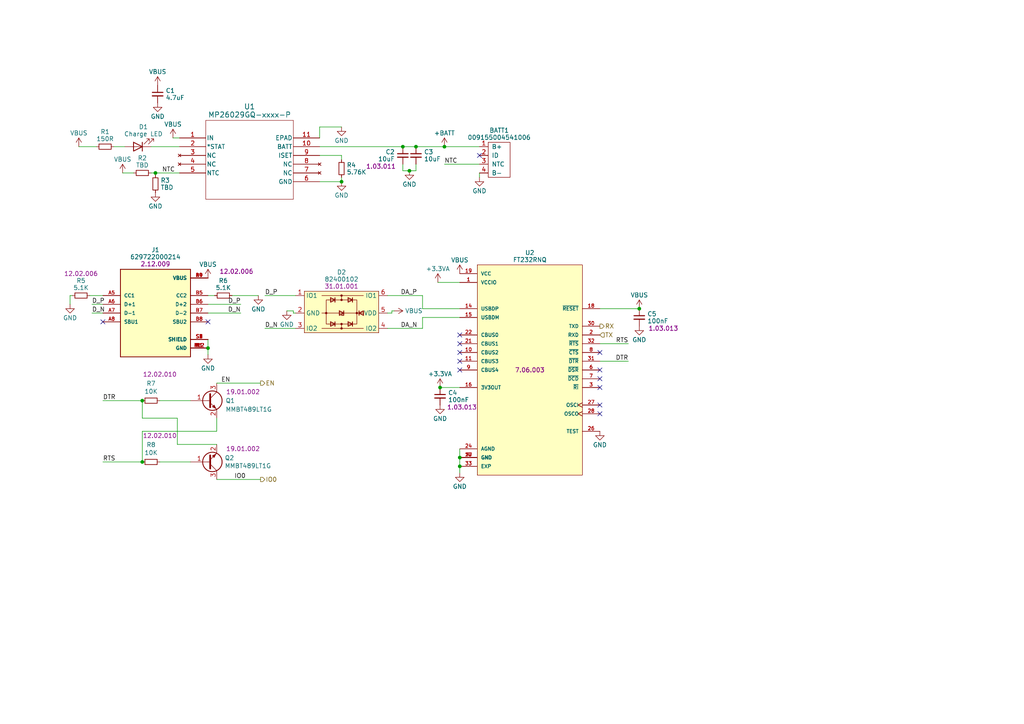
<source format=kicad_sch>
(kicad_sch (version 20230121) (generator eeschema)
  (paper "A4")
  (title_block (title "Tropic Flasher and Charger") (date "2024-01-30") (rev "1.0"))
  (lib_symbols
    (symbol "Device:C_Small" (pin_numbers hide) (pin_names (offset 0.254) hide)
      (property "Reference" "C" (at 0.254 1.778 0))
      (property "Value" "C_Small" (at 0.254 -2.032 0))
      (symbol "C_Small_0_1"
        (polyline (pts (xy -1.524 -0.508) (xy 1.524 -0.508)) (stroke (width 0.3302)))
        (polyline (pts (xy -1.524 0.508) (xy 1.524 0.508)) (stroke (width 0.3048)))
      )
      (symbol "C_Small_1_1"
        (pin passive line (at 0 2.54 270) (length 2.032) (name "~") (number "1"))
        (pin passive line (at 0 -2.54 90) (length 2.032) (name "~") (number "2"))
      )
    )
    (symbol "Device:LED" (pin_numbers hide) (pin_names (offset 1.016) hide)
      (property "Reference" "D" (at 0 2.54 0))
      (property "Value" "LED" (at 0 -2.54 0))
      (symbol "LED_0_1"
        (polyline (pts (xy -1.27 -1.27) (xy -1.27 1.27)) (stroke (width 0.254)))
        (polyline (pts (xy -1.27 0) (xy 1.27 0)))
        (polyline (pts (xy 1.27 -1.27) (xy 1.27 1.27) (xy -1.27 0) (xy 1.27 -1.27)) (stroke (width 0.254)))
        (polyline (pts (xy -3.048 -0.762) (xy -4.572 -2.286) (xy -3.81 -2.286) (xy -4.572 -2.286) (xy -4.572 -1.524)))
        (polyline (pts (xy -1.778 -0.762) (xy -3.302 -2.286) (xy -2.54 -2.286) (xy -3.302 -2.286) (xy -3.302 -1.524)))
      )
      (symbol "LED_1_1"
        (pin passive line (at -3.81 0 0) (length 2.54) (name "K") (number "1"))
        (pin passive line (at 3.81 0 180) (length 2.54) (name "A") (number "2"))
      )
    )
    (symbol "Device:R_Small" (pin_numbers hide) (pin_names (offset 0.254) hide)
      (property "Reference" "R" (at 0.762 0.508 0))
      (property "Value" "R_Small" (at 0.762 -1.016 0))
      (symbol "R_Small_0_1"
        (rectangle (start -0.762 1.778) (end 0.762 -1.778) (stroke (width 0.2032)))
      )
      (symbol "R_Small_1_1"
        (pin passive line (at 0 2.54 270) (length 0.762) (name "~") (number "1"))
        (pin passive line (at 0 -2.54 90) (length 0.762) (name "~") (number "2"))
      )
    )
    (symbol "Transistor_BJT:MMBT489LT1G" (pin_names (offset 0) hide)
      (property "Reference" "Q" (at 5.08 1.905 0))
      (property "Value" "Transistor_BJT_MMBT489LT1G" (at 5.08 0 0))
      (symbol "MMBT489LT1G_0_1"
        (polyline (pts (xy 0 0) (xy 0.635 0)))
        (polyline (pts (xy 0.635 0.635) (xy 2.54 2.54)))
        (polyline (pts (xy 0.635 -0.635) (xy 2.54 -2.54) (xy 2.54 -2.54)))
        (polyline (pts (xy 0.635 1.905) (xy 0.635 -1.905) (xy 0.635 -1.905)) (stroke (width 0.508)))
        (polyline (pts (xy 1.27 -1.778) (xy 1.778 -1.27) (xy 2.286 -2.286) (xy 1.27 -1.778) (xy 1.27 -1.778)) (fill (type outline)))
        (circle (center 1.27 0) (radius 2.8194) (stroke (width 0.254)))
      )
      (symbol "MMBT489LT1G_1_1"
        (pin input line (at -5.08 0 0) (length 5.08) (name "B") (number "1"))
        (pin passive line (at 2.54 -5.08 90) (length 2.54) (name "E") (number "2"))
        (pin passive line (at 2.54 5.08 270) (length 2.54) (name "C") (number "3"))
      )
    )
    (symbol "manul_tech:009155004541006" (pin_names (offset 1.016))
      (property "Reference" "BATT" (at 0 7.62 0))
      (property "Value" "009155004541006" (at 0 10.16 0))
      (symbol "009155004541006_0_1"
        (rectangle (start -2.54 5.08) (end 3.81 -5.08))
      )
      (symbol "009155004541006_1_1"
        (pin power_out line (at -5.08 -3.81 0) (length 2.54) (name "B+") (number "1"))
        (pin output line (at -5.08 -1.27 0) (length 2.54) (name "ID") (number "2"))
        (pin output line (at -5.08 1.27 0) (length 2.54) (name "NTC") (number "3"))
        (pin power_in line (at -5.08 3.81 0) (length 2.54) (name "B-") (number "4"))
      )
    )
    (symbol "manul_tech:629722000214" (pin_names (offset 1.016))
      (property "Reference" "J" (at -10.16 13.208 0))
      (property "Value" "629722000214" (at -10.16 -15.24 0))
      (property "internalRef" "2.12.009" (at -0.635 14.605 0))
      (symbol "629722000214_0_0"
        (rectangle (start -10.16 -12.7) (end 10.16 12.7) (stroke (width 0.254)) (fill (type background)))
        (pin power_in line (at 15.24 -10.16 180) (length 5.08) (name "GND") (number "A1"))
        (pin power_in line (at 15.24 -10.16 180) (length 5.08) (name "GND") (number "A12"))
        (pin power_in line (at 15.24 10.16 180) (length 5.08) (name "VBUS") (number "A4"))
        (pin bidirectional line (at -15.24 5.08 0) (length 5.08) (name "CC1") (number "A5"))
        (pin bidirectional line (at -15.24 2.54 0) (length 5.08) (name "D+1") (number "A6"))
        (pin bidirectional line (at -15.24 0 0) (length 5.08) (name "D-1") (number "A7"))
        (pin bidirectional line (at -15.24 -2.54 0) (length 5.08) (name "SBU1") (number "A8"))
        (pin power_in line (at 15.24 10.16 180) (length 5.08) (name "VBUS") (number "A9"))
        (pin power_in line (at 15.24 -10.16 180) (length 5.08) (name "GND") (number "B1"))
        (pin power_in line (at 15.24 -10.16 180) (length 5.08) (name "GND") (number "B12"))
        (pin power_in line (at 15.24 10.16 180) (length 5.08) (name "VBUS") (number "B4"))
        (pin bidirectional line (at 15.24 5.08 180) (length 5.08) (name "CC2") (number "B5"))
        (pin bidirectional line (at 15.24 2.54 180) (length 5.08) (name "D+2") (number "B6"))
        (pin bidirectional line (at 15.24 0 180) (length 5.08) (name "D-2") (number "B7"))
        (pin bidirectional line (at 15.24 -2.54 180) (length 5.08) (name "SBU2") (number "B8"))
        (pin power_in line (at 15.24 10.16 180) (length 5.08) (name "VBUS") (number "B9"))
        (pin power_in line (at 15.24 -7.62 180) (length 5.08) (name "SHIELD") (number "S1"))
        (pin power_in line (at 15.24 -7.62 180) (length 5.08) (name "SHIELD") (number "S2"))
        (pin power_in line (at 15.24 -7.62 180) (length 5.08) (name "SHIELD") (number "S3"))
        (pin power_in line (at 15.24 -7.62 180) (length 5.08) (name "SHIELD") (number "S4"))
      )
    )
    (symbol "manul_tech:82400102"
      (property "Reference" "D" (at 0 9.525 0))
      (property "Value" "82400102" (at 0 7.62 0))
      (property "internalRef" "31.01.001" (at 0 12.065 0))
      (symbol "82400102_0_1"
        (circle (center -4.445 0) (radius 0.254) (fill (type outline)))
        (circle (center 0 -4.445) (radius 0.254) (fill (type outline)))
        (circle (center 0 -3.175) (radius 0.254) (fill (type outline)))
        (polyline (pts (xy -5.715 -4.445) (xy 0 -4.445)))
        (polyline (pts (xy -5.715 5.08) (xy 0 5.08)))
        (polyline (pts (xy 0 -4.445) (xy 6.35 -4.445)))
        (polyline (pts (xy 0 -3.175) (xy 0 -4.445)))
        (polyline (pts (xy 0 3.81) (xy 0 5.08)))
        (polyline (pts (xy 0 5.08) (xy 6.35 5.08)))
        (polyline (pts (xy 3.81 -3.175) (xy -3.81 -3.175)))
        (polyline (pts (xy 3.81 3.81) (xy -3.81 3.81)))
        (polyline (pts (xy 6.35 0) (xy -5.715 0)))
        (polyline (pts (xy -1.905 -2.54) (xy -1.905 -3.81) (xy -1.905 -3.81)) (stroke (width 0.254)))
        (polyline (pts (xy -1.905 4.445) (xy -1.905 3.175) (xy -1.905 3.175)) (stroke (width 0.254)))
        (polyline (pts (xy 0.635 0.635) (xy 0.635 -0.635) (xy 0 -0.635)) (stroke (width 0.254)))
        (polyline (pts (xy 3.175 -2.54) (xy 3.175 -3.81) (xy 3.175 -3.81)) (stroke (width 0.254)))
        (polyline (pts (xy 3.175 4.445) (xy 3.175 3.175) (xy 3.175 3.175)) (stroke (width 0.254)))
        (polyline (pts (xy 5.08 -0.635) (xy 5.08 0.635) (xy 5.08 0.635)) (stroke (width 0.254)))
        (polyline (pts (xy -3.81 -3.175) (xy -4.445 -3.175) (xy -4.445 0) (xy -4.445 3.81) (xy -3.81 3.81)))
        (polyline (pts (xy 3.81 3.81) (xy 4.445 3.81) (xy 4.445 0) (xy 4.445 -3.175) (xy 3.81 -3.175)))
        (polyline (pts (xy -3.175 -2.54) (xy -1.905 -3.175) (xy -3.175 -3.81) (xy -3.175 -3.175) (xy -3.175 -2.54) (xy -3.175 -2.54)) (stroke (width 0.254)))
        (polyline (pts (xy -3.175 4.445) (xy -1.905 3.81) (xy -3.175 3.175) (xy -3.175 3.81) (xy -3.175 4.445) (xy -3.175 4.445)) (stroke (width 0.254)))
        (polyline (pts (xy -0.635 0.635) (xy 0.635 0) (xy -0.635 -0.635) (xy -0.635 0) (xy -0.635 0.635) (xy -0.635 0.635)) (stroke (width 0.254)))
        (polyline (pts (xy 1.905 -2.54) (xy 3.175 -3.175) (xy 1.905 -3.81) (xy 1.905 -3.175) (xy 1.905 -2.54) (xy 1.905 -2.54)) (stroke (width 0.254)))
        (polyline (pts (xy 1.905 4.445) (xy 3.175 3.81) (xy 1.905 3.175) (xy 1.905 3.81) (xy 1.905 4.445) (xy 1.905 4.445)) (stroke (width 0.254)))
        (polyline (pts (xy 6.35 -0.635) (xy 5.08 0) (xy 6.35 0.635) (xy 6.35 0) (xy 6.35 -0.635) (xy 6.35 -0.635)) (stroke (width 0.254)))
        (circle (center 0 3.81) (radius 0.254) (fill (type outline)))
        (circle (center 0 5.08) (radius 0.254) (fill (type outline)))
        (circle (center 4.445 0) (radius 0.254) (fill (type outline)))
      )
      (symbol "82400102_1_1"
        (rectangle (start -10.795 6.35) (end 10.795 -5.715) (fill (type background)))
        (pin input line (at -13.335 5.08 0) (length 2.54) (name "IO1") (number "1"))
        (pin input line (at -13.335 0 0) (length 2.54) (name "GND") (number "2"))
        (pin input line (at -13.335 -4.445 0) (length 2.54) (name "IO2") (number "3"))
        (pin input line (at 13.335 -4.445 180) (length 2.54) (name "IO2") (number "4"))
        (pin input line (at 13.335 0 180) (length 2.54) (name "VDD") (number "5"))
        (pin input line (at 13.335 5.08 180) (length 2.54) (name "IO1") (number "6"))
      )
    )
    (symbol "manul_tech:FT232RQ" (pin_names (offset 1.016))
      (property "Reference" "U" (at -15.24 30.48 0))
      (property "Value" "FT232RQ" (at -15.24 -33.02 0))
      (symbol "FT232RQ_0_0"
        (rectangle (start -15.24 -30.48) (end 15.24 30.48) (stroke (width 0.1524)) (fill (type background)))
        (pin power_in line (at 20.32 25.4 180) (length 5.08) (name "VCCIO") (number "1"))
        (pin bidirectional line (at 20.32 5.08 180) (length 5.08) (name "CBUS2") (number "10"))
        (pin bidirectional line (at 20.32 2.54 180) (length 5.08) (name "CBUS3") (number "11"))
        (pin bidirectional line (at 20.32 17.78 180) (length 5.08) (name "USBDP") (number "14"))
        (pin bidirectional line (at 20.32 15.24 180) (length 5.08) (name "USBDM") (number "15"))
        (pin output line (at 20.32 -5.08 180) (length 5.08) (name "3V3OUT") (number "16"))
        (pin power_in line (at 20.32 -25.4 180) (length 5.08) (name "GND") (number "17"))
        (pin input line (at -20.32 17.78 0) (length 5.08) (name "~{RESET}") (number "18"))
        (pin power_in line (at 20.32 27.94 180) (length 5.08) (name "VCC") (number "19"))
        (pin input line (at -20.32 10.16 0) (length 5.08) (name "RXD") (number "2"))
        (pin power_in line (at 20.32 -25.4 180) (length 5.08) (name "GND") (number "20"))
        (pin bidirectional line (at 20.32 7.62 180) (length 5.08) (name "CBUS1") (number "21"))
        (pin bidirectional line (at 20.32 10.16 180) (length 5.08) (name "CBUS0") (number "22"))
        (pin power_in line (at 20.32 -22.86 180) (length 5.08) (name "AGND") (number "24"))
        (pin input line (at -20.32 -17.78 0) (length 5.08) (name "TEST") (number "26"))
        (pin input clock (at -20.32 -10.16 0) (length 5.08) (name "OSCI") (number "27"))
        (pin output clock (at -20.32 -12.7 0) (length 5.08) (name "OSCO") (number "28"))
        (pin input line (at -20.32 -5.08 0) (length 5.08) (name "~{RI}") (number "3"))
        (pin output line (at -20.32 12.7 0) (length 5.08) (name "TXD") (number "30"))
        (pin output line (at -20.32 2.54 0) (length 5.08) (name "~{DTR}") (number "31"))
        (pin output line (at -20.32 7.62 0) (length 5.08) (name "~{RTS}") (number "32"))
        (pin power_in line (at 20.32 -27.94 180) (length 5.08) (name "EXP") (number "33"))
        (pin power_in line (at 20.32 -25.4 180) (length 5.08) (name "GND") (number "4"))
        (pin input line (at -20.32 0 0) (length 5.08) (name "~{DSR}") (number "6"))
        (pin input line (at -20.32 -2.54 0) (length 5.08) (name "~{DCD}") (number "7"))
        (pin input line (at -20.32 5.08 0) (length 5.08) (name "~{CTS}") (number "8"))
        (pin bidirectional line (at 20.32 0 180) (length 5.08) (name "CBUS4") (number "9"))
      )
    )
    (symbol "manul_tech:MP26029GQ-xxxx-P" (pin_names (offset 0.254))
      (property "Reference" "U" (at 20.32 10.16 0))
      (property "Value" "MP26029GQ-xxxx-P" (at 20.32 7.62 0))
      (symbol "MP26029GQ-xxxx-P_0_1"
        (polyline (pts (xy 7.62 -17.78) (xy 33.02 -17.78)) (stroke (width 0.127)))
        (polyline (pts (xy 7.62 5.08) (xy 7.62 -17.78)) (stroke (width 0.127)))
        (polyline (pts (xy 33.02 -17.78) (xy 33.02 5.08)) (stroke (width 0.127)))
        (polyline (pts (xy 33.02 5.08) (xy 7.62 5.08)) (stroke (width 0.127)))
        (pin power_in line (at 0 0 0) (length 7.62) (name "IN") (number "1"))
        (pin power_in line (at 40.64 -2.54 180) (length 7.62) (name "BATT") (number "10"))
        (pin power_out line (at 40.64 0 180) (length 7.62) (name "EPAD") (number "11"))
        (pin output line (at 0 -2.54 0) (length 7.62) (name "*STAT") (number "2"))
        (pin no_connect line (at 0 -5.08 0) (length 7.62) (name "NC") (number "3"))
        (pin no_connect line (at 0 -7.62 0) (length 7.62) (name "NC") (number "4"))
        (pin input line (at 0 -10.16 0) (length 7.62) (name "NTC") (number "5"))
        (pin power_in line (at 40.64 -12.7 180) (length 7.62) (name "GND") (number "6"))
        (pin no_connect line (at 40.64 -10.16 180) (length 7.62) (name "NC") (number "7"))
        (pin no_connect line (at 40.64 -7.62 180) (length 7.62) (name "NC") (number "8"))
        (pin input line (at 40.64 -5.08 180) (length 7.62) (name "ISET") (number "9"))
      )
    )
    (symbol "power:+3.3VA" (power) (pin_names (offset 0))
      (property "Value" "+3.3VA" (at 0 3.556 0))
      (symbol "+3.3VA_0_1"
        (polyline (pts (xy -0.762 1.27) (xy 0 2.54)))
        (polyline (pts (xy 0 0) (xy 0 2.54)))
        (polyline (pts (xy 0 2.54) (xy 0.762 1.27)))
      )
      (symbol "+3.3VA_1_1"
        (pin power_in line (at 0 0 90) (length 0) hide (name "+3.3VA") (number "1"))
      )
    )
    (symbol "power:+BATT" (power) (pin_names (offset 0))
      (property "Value" "+BATT" (at 0 3.556 0))
      (symbol "+BATT_0_1"
        (polyline (pts (xy -0.762 1.27) (xy 0 2.54)))
        (polyline (pts (xy 0 0) (xy 0 2.54)))
        (polyline (pts (xy 0 2.54) (xy 0.762 1.27)))
      )
      (symbol "+BATT_1_1"
        (pin power_in line (at 0 0 90) (length 0) hide (name "+BATT") (number "1"))
      )
    )
    (symbol "power:GND" (power) (pin_names (offset 0))
      (property "Value" "GND" (at 0 -3.81 0))
      (symbol "GND_0_1"
        (polyline (pts (xy 0 0) (xy 0 -1.27) (xy 1.27 -1.27) (xy 0 -2.54) (xy -1.27 -1.27) (xy 0 -1.27)))
      )
      (symbol "GND_1_1"
        (pin power_in line (at 0 0 270) (length 0) hide (name "GND") (number "1"))
      )
    )
    (symbol "power:VBUS" (power) (pin_names (offset 0))
      (property "Value" "VBUS" (at 0 3.81 0))
      (symbol "VBUS_0_1"
        (polyline (pts (xy -0.762 1.27) (xy 0 2.54)))
        (polyline (pts (xy 0 0) (xy 0 2.54)))
        (polyline (pts (xy 0 2.54) (xy 0.762 1.27)))
      )
      (symbol "VBUS_1_1"
        (pin power_in line (at 0 0 90) (length 0) hide (name "VBUS") (number "1"))
      )
    )
  )
  (junction (at 185.42 89.535))
  (junction (at 118.745 49.53))
  (junction (at 127.635 112.395))
  (junction (at 99.06 52.705))
  (junction (at 45.085 50.165))
  (junction (at 41.275 116.205))
  (junction (at 128.905 42.545))
  (junction (at 120.65 42.545))
  (junction (at 133.35 135.255))
  (junction (at 60.325 100.965))
  (junction (at 116.84 42.545))
  (junction (at 133.35 132.715))
  (junction (at 41.275 133.985))
  (no_connect (at 133.35 97.155))
  (no_connect (at 173.99 109.855))
  (no_connect (at 133.35 107.315))
  (no_connect (at 139.065 45.085))
  (no_connect (at 133.35 104.775))
  (no_connect (at 173.99 102.235))
  (no_connect (at 173.99 107.315))
  (no_connect (at 173.99 117.475))
  (no_connect (at 173.99 112.395))
  (no_connect (at 133.35 99.695))
  (no_connect (at 133.35 102.235))
  (no_connect (at 29.845 93.345))
  (no_connect (at 60.325 93.345))
  (no_connect (at 173.99 120.015))
  (wire (pts (xy 99.06 52.705) (xy 99.06 51.435)))
  (wire (pts (xy 120.65 47.625) (xy 120.65 49.53)))
  (wire (pts (xy 122.555 95.25) (xy 122.555 92.075)))
  (wire (pts (xy 26.67 90.805) (xy 29.845 90.805)))
  (wire (pts (xy 26.67 88.265) (xy 29.845 88.265)))
  (wire (pts (xy 92.71 52.705) (xy 99.06 52.705)))
  (wire (pts (xy 116.84 47.625) (xy 116.84 49.53)))
  (wire (pts (xy 43.815 42.545) (xy 52.07 42.545)))
  (wire (pts (xy 133.35 130.175) (xy 133.35 132.715)))
  (wire (pts (xy 133.35 132.715) (xy 133.35 135.255)))
  (wire (pts (xy 122.555 85.725) (xy 122.555 89.535)))
  (wire (pts (xy 139.065 51.435) (xy 139.065 50.165)))
  (wire (pts (xy 41.275 116.205) (xy 41.275 121.285)))
  (wire (pts (xy 128.905 47.625) (xy 139.065 47.625)))
  (wire (pts (xy 122.555 89.535) (xy 133.35 89.535)))
  (wire (pts (xy 46.355 133.985) (xy 55.245 133.985)))
  (wire (pts (xy 60.325 88.265) (xy 69.85 88.265)))
  (wire (pts (xy 92.71 36.83) (xy 99.06 36.83)))
  (wire (pts (xy 85.09 90.805) (xy 85.725 90.805)))
  (wire (pts (xy 113.665 90.805) (xy 112.395 90.805)))
  (wire (pts (xy 29.845 133.985) (xy 41.275 133.985)))
  (wire (pts (xy 41.275 121.285) (xy 51.435 121.285)))
  (wire (pts (xy 46.355 116.205) (xy 55.245 116.205)))
  (wire (pts (xy 128.905 42.545) (xy 139.065 42.545)))
  (wire (pts (xy 62.865 139.065) (xy 75.565 139.065)))
  (wire (pts (xy 85.09 90.805) (xy 85.09 90.17)))
  (wire (pts (xy 35.56 50.165) (xy 38.735 50.165)))
  (wire (pts (xy 122.555 92.075) (xy 133.35 92.075)))
  (wire (pts (xy 51.435 121.285) (xy 51.435 128.905)))
  (wire (pts (xy 85.09 90.17) (xy 83.185 90.17)))
  (wire (pts (xy 112.395 85.725) (xy 122.555 85.725)))
  (wire (pts (xy 173.99 89.535) (xy 185.42 89.535)))
  (wire (pts (xy 60.325 100.965) (xy 60.325 102.87)))
  (wire (pts (xy 113.665 90.805) (xy 113.665 90.17)))
  (wire (pts (xy 116.84 42.545) (xy 120.65 42.545)))
  (wire (pts (xy 133.35 135.255) (xy 133.35 137.16)))
  (wire (pts (xy 113.665 90.17) (xy 114.3 90.17)))
  (wire (pts (xy 127 81.915) (xy 133.35 81.915)))
  (wire (pts (xy 173.99 104.775) (xy 182.245 104.775)))
  (wire (pts (xy 173.99 99.695) (xy 182.245 99.695)))
  (wire (pts (xy 92.71 40.005) (xy 92.71 36.83)))
  (wire (pts (xy 76.835 95.25) (xy 85.725 95.25)))
  (wire (pts (xy 43.815 50.165) (xy 45.085 50.165)))
  (wire (pts (xy 62.865 125.095) (xy 62.865 121.285)))
  (wire (pts (xy 20.32 85.725) (xy 20.32 88.265)))
  (wire (pts (xy 120.65 49.53) (xy 118.745 49.53)))
  (wire (pts (xy 45.085 50.165) (xy 52.07 50.165)))
  (wire (pts (xy 60.325 85.725) (xy 62.23 85.725)))
  (wire (pts (xy 33.02 42.545) (xy 36.195 42.545)))
  (wire (pts (xy 45.085 50.8) (xy 45.085 50.165)))
  (wire (pts (xy 116.84 49.53) (xy 118.745 49.53)))
  (wire (pts (xy 99.06 46.355) (xy 99.06 45.085)))
  (wire (pts (xy 127.635 112.395) (xy 133.35 112.395)))
  (wire (pts (xy 120.65 42.545) (xy 128.905 42.545)))
  (wire (pts (xy 51.435 128.905) (xy 62.865 128.905)))
  (wire (pts (xy 62.865 111.125) (xy 75.565 111.125)))
  (wire (pts (xy 76.835 85.725) (xy 85.725 85.725)))
  (wire (pts (xy 92.71 42.545) (xy 116.84 42.545)))
  (wire (pts (xy 20.32 85.725) (xy 20.955 85.725)))
  (wire (pts (xy 99.06 45.085) (xy 92.71 45.085)))
  (wire (pts (xy 112.395 95.25) (xy 122.555 95.25)))
  (wire (pts (xy 60.325 98.425) (xy 60.325 100.965)))
  (wire (pts (xy 50.165 40.005) (xy 52.07 40.005)))
  (wire (pts (xy 26.035 85.725) (xy 29.845 85.725)))
  (wire (pts (xy 41.275 125.095) (xy 62.865 125.095)))
  (wire (pts (xy 67.31 85.725) (xy 74.93 85.725)))
  (wire (pts (xy 29.845 116.205) (xy 41.275 116.205)))
  (wire (pts (xy 60.325 90.805) (xy 69.85 90.805)))
  (wire (pts (xy 22.86 42.545) (xy 27.94 42.545)))
  (wire (pts (xy 41.275 133.985) (xy 41.275 125.095)))
  (label "DA_P" (at 116.205 85.725 0))
  (label "DA_N" (at 116.205 95.25 0))
  (label "D_N" (at 76.835 95.25 0))
  (label "D_P" (at 26.67 88.265 0))
  (label "D_P" (at 76.835 85.725 0))
  (label "D_N" (at 26.67 90.805 0))
  (label "NTC" (at 46.99 50.165 0))
  (label "RTS" (at 29.845 133.985 0))
  (label "NTC" (at 128.905 47.625 0))
  (label "IO0" (at 67.945 139.065 0))
  (label "DTR" (at 29.845 116.205 0))
  (label "D_N" (at 69.85 90.805 180))
  (label "EN" (at 64.135 111.125 0))
  (label "D_P" (at 69.85 88.265 180))
  (label "RTS" (at 182.245 99.695 180))
  (label "DTR" (at 182.245 104.775 180))
  (hierarchical_label "IO0" (shape output) (at 75.565 139.065 0))
  (hierarchical_label "RX" (shape output) (at 173.99 94.615 0))
  (hierarchical_label "TX" (shape input) (at 173.99 97.155 0))
  (hierarchical_label "EN" (shape output) (at 75.565 111.125 0))
  (symbol (lib_id "power:GND") (at 118.745 49.53 0) (unit 1)
    (property "Reference" "#PWR09" (effects hide))
    (property "Value" "GND" (at 118.745 53.475 0))
  )
  (symbol (lib_id "power:VBUS") (at 60.325 80.645 0) (unit 1)
    (property "Reference" "#PWR013" (effects hide))
    (property "Value" "VBUS" (at 60.325 76.7 0))
  )
  (symbol (lib_id "Transistor_BJT:MMBT489LT1G") (at 60.325 116.205 0) (unit 1)
    (property "Reference" "Q1" (at 65.405 116.205 0) (effects (justify left)))
    (property "Value" "MMBT489LT1G" (at 65.405 118.745 0) (effects (justify left)))
    (property "Footprint" "Package_TO_SOT_SMD:SOT-23" (effects hide))
    (property "Datasheet" "https://datasheet.lcsc.com/lcsc/1810301519_ON-Semiconductor-MMBT489LT1G_C111939.pdf" (effects hide))
    (property "LCSC#" "C111939" (effects hide))
    (property "internalRef" "19.01.002" (at 70.485 113.665 0))
    (property "MPN" "MMBT489LT1G" (effects hide))
    (property "Description" "Transistor simple bipolaire (BJT), NPN, 30 V, 1 A, 310 mW, SOT-23, Montage en surface" (effects hide))
    (property "Manufacturer Part Number" "MMBT489LT1G" (effects hide))
  )
  (symbol (lib_id "power:GND") (at 127.635 117.475 0) (unit 1)
    (property "Reference" "#PWR020" (effects hide))
    (property "Value" "GND" (at 127.635 121.42 0))
  )
  (symbol (lib_id "power:GND") (at 45.085 55.88 0) (unit 1)
    (property "Reference" "#PWR03" (effects hide))
    (property "Value" "GND" (at 45.085 59.825 0))
  )
  (symbol (lib_id "power:GND") (at 45.72 29.845 0) (unit 1)
    (property "Reference" "#PWR05" (effects hide))
    (property "Value" "GND" (at 45.72 33.79 0))
  )
  (symbol (lib_id "power:VBUS") (at 35.56 50.165 0) (unit 1)
    (property "Reference" "#PWR02" (effects hide))
    (property "Value" "VBUS" (at 35.56 46.22 0))
  )
  (symbol (lib_id "power:GND") (at 173.99 125.095 0) (unit 1)
    (property "Reference" "#PWR023" (effects hide))
    (property "Value" "GND" (at 173.99 129.04 0))
  )
  (symbol (lib_id "manul_tech:009155004541006") (at 144.145 46.355 0) (mirror x) (unit 1)
    (property "Reference" "BATT1" (at 144.78 37.822 0))
    (property "Value" "009155004541006" (at 144.78 39.87 0))
    (property "Footprint" "manul_tech:009155004541006" (effects hide))
  )
  (symbol (lib_id "Device:R_Small") (at 30.48 42.545 90) (unit 1)
    (property "Reference" "R1" (at 30.48 38.2284 90))
    (property "Value" "150R" (at 30.48 40.2764 90))
    (property "Footprint" "Resistor_SMD:R_0402_1005Metric" (effects hide))
  )
  (symbol (lib_id "power:GND") (at 133.35 137.16 0) (unit 1)
    (property "Reference" "#PWR022" (effects hide))
    (property "Value" "GND" (at 133.35 141.105 0))
  )
  (symbol (lib_id "Device:C_Small") (at 120.65 45.085 0) (unit 1)
    (property "Reference" "C3" (at 122.9741 44.0673 0) (effects (justify left)))
    (property "Value" "10uF" (at 122.9741 46.1153 0) (effects (justify left)))
    (property "Footprint" "Capacitor_SMD:C_0402_1005Metric" (effects hide))
    (property "internalRef" "1.03.011" (effects hide))
  )
  (symbol (lib_id "Device:C_Small") (at 127.635 114.935 0) (unit 1)
    (property "Reference" "C4" (at 129.9591 113.9173 0) (effects (justify left)))
    (property "Value" "100nF" (at 129.9591 115.9653 0) (effects (justify left)))
    (property "Footprint" "Capacitor_SMD:C_0402_1005Metric" (effects hide))
    (property "internalRef" "1.03.013" (at 133.985 118.11 0))
  )
  (symbol (lib_id "power:GND") (at 185.42 94.615 0) (unit 1)
    (property "Reference" "#PWR025" (effects hide))
    (property "Value" "GND" (at 185.42 98.56 0))
  )
  (symbol (lib_id "power:VBUS") (at 45.72 24.765 0) (unit 1)
    (property "Reference" "#PWR04" (effects hide))
    (property "Value" "VBUS" (at 45.72 20.82 0))
  )
  (symbol (lib_id "power:VBUS") (at 133.35 79.375 0) (unit 1)
    (property "Reference" "#PWR021" (effects hide))
    (property "Value" "VBUS" (at 133.35 75.43 0))
  )
  (symbol (lib_id "power:VBUS") (at 22.86 42.545 0) (unit 1)
    (property "Reference" "#PWR01" (effects hide))
    (property "Value" "VBUS" (at 22.86 38.6 0))
  )
  (symbol (lib_id "Device:C_Small") (at 116.84 45.085 0) (mirror y) (unit 1)
    (property "Reference" "C2" (at 114.5159 44.0673 0) (effects (justify left)))
    (property "Value" "10uF" (at 114.5159 46.1153 0) (effects (justify left)))
    (property "Footprint" "Capacitor_SMD:C_0402_1005Metric" (effects hide))
    (property "internalRef" "1.03.011" (at 110.49 48.26 0))
  )
  (symbol (lib_id "power:VBUS") (at 114.3 90.17 270) (unit 1)
    (property "Reference" "#PWR017" (effects hide))
    (property "Value" "VBUS" (at 117.475 90.17 90) (effects (justify left)))
  )
  (symbol (lib_id "power:VBUS") (at 185.42 89.535 0) (unit 1)
    (property "Reference" "#PWR024" (effects hide))
    (property "Value" "VBUS" (at 185.42 85.59 0))
  )
  (symbol (lib_id "power:+3.3VA") (at 127.635 112.395 0) (unit 1)
    (property "Reference" "#PWR019" (effects hide))
    (property "Value" "+3.3VA" (at 127.635 108.45 0))
  )
  (symbol (lib_id "power:GND") (at 83.185 90.17 0) (unit 1)
    (property "Reference" "#PWR016" (effects hide))
    (property "Value" "GND" (at 83.185 94.115 0))
  )
  (symbol (lib_id "Device:R_Small") (at 99.06 48.895 0) (unit 1)
    (property "Reference" "R4" (at 100.5586 47.871 0) (effects (justify left)))
    (property "Value" "5.76K" (at 100.5586 49.919 0) (effects (justify left)))
    (property "Footprint" "Resistor_SMD:R_0402_1005Metric" (effects hide))
  )
  (symbol (lib_id "Device:R_Small") (at 43.815 133.985 270) (unit 1)
    (property "Reference" "R8" (at 43.815 129.0066 90))
    (property "Value" "10K" (at 43.815 131.318 90))
    (property "Footprint" "Resistor_SMD:R_0402_1005Metric" (effects hide))
    (property "internalRef" "12.02.010" (at 46.355 126.365 90))
    (property "Description" "Résistance à puce CMS, 10 kohm, ± 1%, 200 mW, 0402 [1005 Metric], Couche épaisse" (effects hide))
    (property "MPN" "CRCW040210K0FKEDHP" (effects hide))
    (property "Manufacturer Part Number" "CRCW040210K0FKEDHP" (effects hide))
  )
  (symbol (lib_id "Device:C_Small") (at 45.72 27.305 0) (unit 1)
    (property "Reference" "C1" (at 48.0441 26.2873 0) (effects (justify left)))
    (property "Value" "4.7uF" (at 48.0441 28.3353 0) (effects (justify left)))
    (property "Footprint" "Capacitor_SMD:C_0402_1005Metric" (effects hide))
  )
  (symbol (lib_id "manul_tech:629722000214") (at 45.085 90.805 0) (unit 1)
    (property "Reference" "J1" (at 45.085 72.477 0))
    (property "Value" "629722000214" (at 45.085 74.525 0))
    (property "Footprint" "manul_tech:629722000214" (effects hide))
    (property "MF" "Wurth Electronics" (effects hide))
    (property "MAXIMUM_PACKAGE_HEIGHT" "3.51 mm" (effects hide))
    (property "Package" "None" (effects hide))
    (property "Price" "None" (effects hide))
    (property "Check_prices" "https://www.snapeda.com/parts/629722000214/Wurth+Elektronik/view-part/?ref=eda" (effects hide))
    (property "STANDARD" "Manufacturer Recommendations" (effects hide))
    (property "PARTREV" "001.001" (effects hide))
    (property "SnapEDA_Link" "https://www.snapeda.com/parts/629722000214/Wurth+Elektronik/view-part/?ref=snap" (effects hide))
    (property "MP" "629722000214" (effects hide))
    (property "Description" "\nUSB CONN, 2.0 TYPE C, R/A RCPT, 16P, SMT;\n" (effects hide))
    (property "MANUFACTURER" "Wurth Electronics" (effects hide))
    (property "Availability" "In Stock" (effects hide))
    (property "SNAPEDA_PN" "629722000214" (effects hide))
    (property "internalRef" "2.12.009" (at 45.085 76.573 0))
  )
  (symbol (lib_id "power:GND") (at 99.06 36.83 0) (unit 1)
    (property "Reference" "#PWR07" (effects hide))
    (property "Value" "GND" (at 99.06 40.775 0))
  )
  (symbol (lib_id "power:VBUS") (at 50.165 40.005 0) (unit 1)
    (property "Reference" "#PWR06" (effects hide))
    (property "Value" "VBUS" (at 50.165 36.06 0))
  )
  (symbol (lib_id "Device:R_Small") (at 45.085 53.34 180) (unit 1)
    (property "Reference" "R3" (at 46.5836 52.316 0) (effects (justify right)))
    (property "Value" "TBD" (at 46.5836 54.364 0) (effects (justify right)))
    (property "Footprint" "Resistor_SMD:R_0402_1005Metric" (effects hide))
  )
  (symbol (lib_id "Device:R_Small") (at 41.275 50.165 270) (unit 1)
    (property "Reference" "R2" (at 41.275 45.8484 90))
    (property "Value" "TBD" (at 41.275 47.8964 90))
    (property "Footprint" "Resistor_SMD:R_0402_1005Metric" (effects hide))
  )
  (symbol (lib_id "power:+3.3VA") (at 127 81.915 0) (unit 1)
    (property "Reference" "#PWR018" (effects hide))
    (property "Value" "+3.3VA" (at 127 77.97 0))
  )
  (symbol (lib_id "power:+BATT") (at 128.905 42.545 0) (unit 1)
    (property "Reference" "#PWR010" (effects hide))
    (property "Value" "+BATT" (at 128.905 38.6 0))
  )
  (symbol (lib_id "manul_tech:FT232RQ") (at 153.67 107.315 0) (mirror y) (unit 1)
    (property "Reference" "U2" (at 153.67 73.3058 0))
    (property "Value" "FT232RNQ" (at 153.67 75.3538 0))
    (property "Footprint" "manul_tech:QFN50P500X500X90-33N" (effects hide))
    (property "MPN" "FT232RNQ-REEL" (effects hide))
    (property "Manufacturer" "FTDI" (effects hide))
    (property "internalRef" "7.06.003" (at 153.67 107.315 0))
  )
  (symbol (lib_id "power:GND") (at 74.93 85.725 0) (unit 1)
    (property "Reference" "#PWR015" (effects hide))
    (property "Value" "GND" (at 74.93 89.67 0))
  )
  (symbol (lib_id "Device:R_Small") (at 43.815 116.205 270) (unit 1)
    (property "Reference" "R7" (at 43.815 111.2266 90))
    (property "Value" "10K" (at 43.815 113.538 90))
    (property "Footprint" "Resistor_SMD:R_0402_1005Metric" (effects hide))
    (property "internalRef" "12.02.010" (at 46.355 108.585 90))
    (property "Description" "Résistance à puce CMS, 10 kohm, ± 1%, 200 mW, 0402 [1005 Metric], Couche épaisse" (effects hide))
    (property "MPN" "CRCW040210K0FKEDHP" (effects hide))
    (property "Manufacturer Part Number" "CRCW040210K0FKEDHP" (effects hide))
  )
  (symbol (lib_id "power:GND") (at 99.06 52.705 0) (unit 1)
    (property "Reference" "#PWR08" (effects hide))
    (property "Value" "GND" (at 99.06 56.65 0))
  )
  (symbol (lib_id "Transistor_BJT:MMBT489LT1G") (at 60.325 133.985 0) (mirror x) (unit 1)
    (property "Reference" "Q2" (at 65.1764 132.8166 0) (effects (justify left)))
    (property "Value" "MMBT489LT1G" (at 65.1764 135.128 0) (effects (justify left)))
    (property "Footprint" "Package_TO_SOT_SMD:SOT-23" (effects hide))
    (property "Datasheet" "https://datasheet.lcsc.com/lcsc/1810301519_ON-Semiconductor-MMBT489LT1G_C111939.pdf" (effects hide))
    (property "LCSC#" "C111939" (effects hide))
    (property "internalRef" "19.01.002" (at 70.485 130.175 0))
    (property "MPN" "MMBT489LT1G" (effects hide))
    (property "Description" "Transistor simple bipolaire (BJT), NPN, 30 V, 1 A, 310 mW, SOT-23, Montage en surface" (effects hide))
    (property "Manufacturer Part Number" "MMBT489LT1G" (effects hide))
  )
  (symbol (lib_id "power:GND") (at 20.32 88.265 0) (unit 1)
    (property "Reference" "#PWR012" (effects hide))
    (property "Value" "GND" (at 20.32 92.21 0))
  )
  (symbol (lib_id "manul_tech:82400102") (at 99.06 90.805 0) (unit 1)
    (property "Reference" "D2" (at 99.06 78.954 0))
    (property "Value" "82400102" (at 99.06 81.002 0))
    (property "Footprint" "Package_TO_SOT_SMD:SOT-23-6" (effects hide))
    (property "internalRef" "31.01.001" (at 99.06 83.05 0))
  )
  (symbol (lib_id "Device:LED") (at 40.005 42.545 180) (unit 1)
    (property "Reference" "D1" (at 41.5925 36.806 0))
    (property "Value" "Charge LED" (at 41.5925 38.854 0))
    (property "Footprint" "LED_SMD:LED_0402_1005Metric" (effects hide))
  )
  (symbol (lib_id "Device:R_Small") (at 23.495 85.725 90) (unit 1)
    (property "Reference" "R5" (at 23.495 81.4084 90))
    (property "Value" "5.1K" (at 23.495 83.4564 90))
    (property "Footprint" "Resistor_SMD:R_0402_1005Metric" (effects hide))
    (property "internalRef" "12.02.006" (at 23.495 79.375 90))
  )
  (symbol (lib_id "Device:C_Small") (at 185.42 92.075 0) (unit 1)
    (property "Reference" "C5" (at 187.7441 91.0573 0) (effects (justify left)))
    (property "Value" "100nF" (at 187.7441 93.1053 0) (effects (justify left)))
    (property "Footprint" "Capacitor_SMD:C_0402_1005Metric" (effects hide))
    (property "internalRef" "1.03.013" (at 192.405 95.25 0))
  )
  (symbol (lib_id "power:GND") (at 139.065 51.435 0) (unit 1)
    (property "Reference" "#PWR011" (effects hide))
    (property "Value" "GND" (at 139.065 55.38 0))
  )
  (symbol (lib_id "manul_tech:MP26029GQ-xxxx-P") (at 52.07 40.005 0) (unit 1)
    (property "Reference" "U1" (at 72.39 30.9087 0) (effects (font (size 1.524 1.524))))
    (property "Value" "MP26029GQ-xxxx-P" (at 72.39 33.2899 0) (effects (font (size 1.524 1.524))))
    (property "Footprint" "manul_tech:QFN-3x3_MP26029_MNP" (effects hide))
    (property "Datasheet" "MP26029GQ-xxxx-P" (effects hide))
    (property "Manufacturer" "Monolithic Power" (effects hide))
    (property "MPN" "MP26029GQ-0000-Z" (effects hide))
  )
  (symbol (lib_id "Device:R_Small") (at 64.77 85.725 90) (unit 1)
    (property "Reference" "R6" (at 64.77 81.4084 90))
    (property "Value" "5.1K" (at 64.77 83.4564 90))
    (property "Footprint" "Resistor_SMD:R_0402_1005Metric" (effects hide))
    (property "internalRef" "12.02.006" (at 68.58 78.74 90))
  )
  (symbol (lib_id "power:GND") (at 60.325 102.87 0) (unit 1)
    (property "Reference" "#PWR014" (effects hide))
    (property "Value" "GND" (at 60.325 106.815 0))
  )
)
</source>
